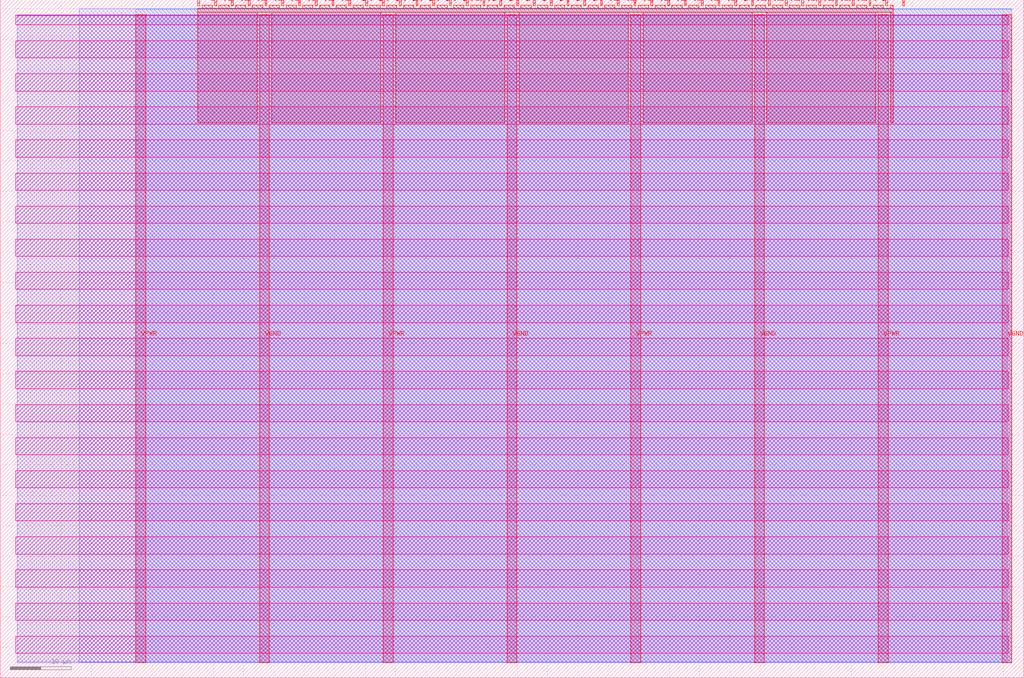
<source format=lef>
VERSION 5.7 ;
  NOWIREEXTENSIONATPIN ON ;
  DIVIDERCHAR "/" ;
  BUSBITCHARS "[]" ;
MACRO tt_um_carlosgs99_cro_udg
  CLASS BLOCK ;
  FOREIGN tt_um_carlosgs99_cro_udg ;
  ORIGIN 0.000 0.000 ;
  SIZE 168.360 BY 111.520 ;
  PIN VGND
    DIRECTION INOUT ;
    USE GROUND ;
    PORT
      LAYER met4 ;
        RECT 42.670 2.480 44.270 109.040 ;
    END
    PORT
      LAYER met4 ;
        RECT 83.380 2.480 84.980 109.040 ;
    END
    PORT
      LAYER met4 ;
        RECT 124.090 2.480 125.690 109.040 ;
    END
    PORT
      LAYER met4 ;
        RECT 164.800 2.480 166.400 109.040 ;
    END
  END VGND
  PIN VPWR
    DIRECTION INOUT ;
    USE POWER ;
    PORT
      LAYER met4 ;
        RECT 22.315 2.480 23.915 109.040 ;
    END
    PORT
      LAYER met4 ;
        RECT 63.025 2.480 64.625 109.040 ;
    END
    PORT
      LAYER met4 ;
        RECT 103.735 2.480 105.335 109.040 ;
    END
    PORT
      LAYER met4 ;
        RECT 144.445 2.480 146.045 109.040 ;
    END
  END VPWR
  PIN clk
    DIRECTION INPUT ;
    USE SIGNAL ;
    ANTENNAGATEAREA 0.852000 ;
    PORT
      LAYER met4 ;
        RECT 145.670 110.520 145.970 111.520 ;
    END
  END clk
  PIN ena
    DIRECTION INPUT ;
    USE SIGNAL ;
    PORT
      LAYER met4 ;
        RECT 148.430 110.520 148.730 111.520 ;
    END
  END ena
  PIN rst_n
    DIRECTION INPUT ;
    USE SIGNAL ;
    ANTENNAGATEAREA 0.196500 ;
    PORT
      LAYER met4 ;
        RECT 142.910 110.520 143.210 111.520 ;
    END
  END rst_n
  PIN ui_in[0]
    DIRECTION INPUT ;
    USE SIGNAL ;
    PORT
      LAYER met4 ;
        RECT 140.150 110.520 140.450 111.520 ;
    END
  END ui_in[0]
  PIN ui_in[1]
    DIRECTION INPUT ;
    USE SIGNAL ;
    PORT
      LAYER met4 ;
        RECT 137.390 110.520 137.690 111.520 ;
    END
  END ui_in[1]
  PIN ui_in[2]
    DIRECTION INPUT ;
    USE SIGNAL ;
    PORT
      LAYER met4 ;
        RECT 134.630 110.520 134.930 111.520 ;
    END
  END ui_in[2]
  PIN ui_in[3]
    DIRECTION INPUT ;
    USE SIGNAL ;
    PORT
      LAYER met4 ;
        RECT 131.870 110.520 132.170 111.520 ;
    END
  END ui_in[3]
  PIN ui_in[4]
    DIRECTION INPUT ;
    USE SIGNAL ;
    PORT
      LAYER met4 ;
        RECT 129.110 110.520 129.410 111.520 ;
    END
  END ui_in[4]
  PIN ui_in[5]
    DIRECTION INPUT ;
    USE SIGNAL ;
    PORT
      LAYER met4 ;
        RECT 126.350 110.520 126.650 111.520 ;
    END
  END ui_in[5]
  PIN ui_in[6]
    DIRECTION INPUT ;
    USE SIGNAL ;
    PORT
      LAYER met4 ;
        RECT 123.590 110.520 123.890 111.520 ;
    END
  END ui_in[6]
  PIN ui_in[7]
    DIRECTION INPUT ;
    USE SIGNAL ;
    PORT
      LAYER met4 ;
        RECT 120.830 110.520 121.130 111.520 ;
    END
  END ui_in[7]
  PIN uio_in[0]
    DIRECTION INPUT ;
    USE SIGNAL ;
    PORT
      LAYER met4 ;
        RECT 118.070 110.520 118.370 111.520 ;
    END
  END uio_in[0]
  PIN uio_in[1]
    DIRECTION INPUT ;
    USE SIGNAL ;
    PORT
      LAYER met4 ;
        RECT 115.310 110.520 115.610 111.520 ;
    END
  END uio_in[1]
  PIN uio_in[2]
    DIRECTION INPUT ;
    USE SIGNAL ;
    PORT
      LAYER met4 ;
        RECT 112.550 110.520 112.850 111.520 ;
    END
  END uio_in[2]
  PIN uio_in[3]
    DIRECTION INPUT ;
    USE SIGNAL ;
    PORT
      LAYER met4 ;
        RECT 109.790 110.520 110.090 111.520 ;
    END
  END uio_in[3]
  PIN uio_in[4]
    DIRECTION INPUT ;
    USE SIGNAL ;
    PORT
      LAYER met4 ;
        RECT 107.030 110.520 107.330 111.520 ;
    END
  END uio_in[4]
  PIN uio_in[5]
    DIRECTION INPUT ;
    USE SIGNAL ;
    PORT
      LAYER met4 ;
        RECT 104.270 110.520 104.570 111.520 ;
    END
  END uio_in[5]
  PIN uio_in[6]
    DIRECTION INPUT ;
    USE SIGNAL ;
    PORT
      LAYER met4 ;
        RECT 101.510 110.520 101.810 111.520 ;
    END
  END uio_in[6]
  PIN uio_in[7]
    DIRECTION INPUT ;
    USE SIGNAL ;
    PORT
      LAYER met4 ;
        RECT 98.750 110.520 99.050 111.520 ;
    END
  END uio_in[7]
  PIN uio_oe[0]
    DIRECTION OUTPUT TRISTATE ;
    USE SIGNAL ;
    PORT
      LAYER met4 ;
        RECT 51.830 110.520 52.130 111.520 ;
    END
  END uio_oe[0]
  PIN uio_oe[1]
    DIRECTION OUTPUT TRISTATE ;
    USE SIGNAL ;
    PORT
      LAYER met4 ;
        RECT 49.070 110.520 49.370 111.520 ;
    END
  END uio_oe[1]
  PIN uio_oe[2]
    DIRECTION OUTPUT TRISTATE ;
    USE SIGNAL ;
    PORT
      LAYER met4 ;
        RECT 46.310 110.520 46.610 111.520 ;
    END
  END uio_oe[2]
  PIN uio_oe[3]
    DIRECTION OUTPUT TRISTATE ;
    USE SIGNAL ;
    PORT
      LAYER met4 ;
        RECT 43.550 110.520 43.850 111.520 ;
    END
  END uio_oe[3]
  PIN uio_oe[4]
    DIRECTION OUTPUT TRISTATE ;
    USE SIGNAL ;
    PORT
      LAYER met4 ;
        RECT 40.790 110.520 41.090 111.520 ;
    END
  END uio_oe[4]
  PIN uio_oe[5]
    DIRECTION OUTPUT TRISTATE ;
    USE SIGNAL ;
    PORT
      LAYER met4 ;
        RECT 38.030 110.520 38.330 111.520 ;
    END
  END uio_oe[5]
  PIN uio_oe[6]
    DIRECTION OUTPUT TRISTATE ;
    USE SIGNAL ;
    PORT
      LAYER met4 ;
        RECT 35.270 110.520 35.570 111.520 ;
    END
  END uio_oe[6]
  PIN uio_oe[7]
    DIRECTION OUTPUT TRISTATE ;
    USE SIGNAL ;
    PORT
      LAYER met4 ;
        RECT 32.510 110.520 32.810 111.520 ;
    END
  END uio_oe[7]
  PIN uio_out[0]
    DIRECTION OUTPUT TRISTATE ;
    USE SIGNAL ;
    ANTENNADIFFAREA 0.891000 ;
    PORT
      LAYER met4 ;
        RECT 73.910 110.520 74.210 111.520 ;
    END
  END uio_out[0]
  PIN uio_out[1]
    DIRECTION OUTPUT TRISTATE ;
    USE SIGNAL ;
    ANTENNADIFFAREA 0.891000 ;
    PORT
      LAYER met4 ;
        RECT 71.150 110.520 71.450 111.520 ;
    END
  END uio_out[1]
  PIN uio_out[2]
    DIRECTION OUTPUT TRISTATE ;
    USE SIGNAL ;
    ANTENNADIFFAREA 0.462000 ;
    PORT
      LAYER met4 ;
        RECT 68.390 110.520 68.690 111.520 ;
    END
  END uio_out[2]
  PIN uio_out[3]
    DIRECTION OUTPUT TRISTATE ;
    USE SIGNAL ;
    ANTENNADIFFAREA 0.891000 ;
    PORT
      LAYER met4 ;
        RECT 65.630 110.520 65.930 111.520 ;
    END
  END uio_out[3]
  PIN uio_out[4]
    DIRECTION OUTPUT TRISTATE ;
    USE SIGNAL ;
    ANTENNADIFFAREA 0.891000 ;
    PORT
      LAYER met4 ;
        RECT 62.870 110.520 63.170 111.520 ;
    END
  END uio_out[4]
  PIN uio_out[5]
    DIRECTION OUTPUT TRISTATE ;
    USE SIGNAL ;
    ANTENNADIFFAREA 0.891000 ;
    PORT
      LAYER met4 ;
        RECT 60.110 110.520 60.410 111.520 ;
    END
  END uio_out[5]
  PIN uio_out[6]
    DIRECTION OUTPUT TRISTATE ;
    USE SIGNAL ;
    ANTENNADIFFAREA 0.891000 ;
    PORT
      LAYER met4 ;
        RECT 57.350 110.520 57.650 111.520 ;
    END
  END uio_out[6]
  PIN uio_out[7]
    DIRECTION OUTPUT TRISTATE ;
    USE SIGNAL ;
    PORT
      LAYER met4 ;
        RECT 54.590 110.520 54.890 111.520 ;
    END
  END uio_out[7]
  PIN uo_out[0]
    DIRECTION OUTPUT TRISTATE ;
    USE SIGNAL ;
    ANTENNADIFFAREA 1.971000 ;
    PORT
      LAYER met4 ;
        RECT 95.990 110.520 96.290 111.520 ;
    END
  END uo_out[0]
  PIN uo_out[1]
    DIRECTION OUTPUT TRISTATE ;
    USE SIGNAL ;
    ANTENNADIFFAREA 1.971000 ;
    PORT
      LAYER met4 ;
        RECT 93.230 110.520 93.530 111.520 ;
    END
  END uo_out[1]
  PIN uo_out[2]
    DIRECTION OUTPUT TRISTATE ;
    USE SIGNAL ;
    ANTENNADIFFAREA 0.445500 ;
    PORT
      LAYER met4 ;
        RECT 90.470 110.520 90.770 111.520 ;
    END
  END uo_out[2]
  PIN uo_out[3]
    DIRECTION OUTPUT TRISTATE ;
    USE SIGNAL ;
    ANTENNADIFFAREA 0.445500 ;
    PORT
      LAYER met4 ;
        RECT 87.710 110.520 88.010 111.520 ;
    END
  END uo_out[3]
  PIN uo_out[4]
    DIRECTION OUTPUT TRISTATE ;
    USE SIGNAL ;
    ANTENNADIFFAREA 0.445500 ;
    PORT
      LAYER met4 ;
        RECT 84.950 110.520 85.250 111.520 ;
    END
  END uo_out[4]
  PIN uo_out[5]
    DIRECTION OUTPUT TRISTATE ;
    USE SIGNAL ;
    ANTENNADIFFAREA 0.445500 ;
    PORT
      LAYER met4 ;
        RECT 82.190 110.520 82.490 111.520 ;
    END
  END uo_out[5]
  PIN uo_out[6]
    DIRECTION OUTPUT TRISTATE ;
    USE SIGNAL ;
    ANTENNAGATEAREA 0.495000 ;
    ANTENNADIFFAREA 0.445500 ;
    PORT
      LAYER met4 ;
        RECT 79.430 110.520 79.730 111.520 ;
    END
  END uo_out[6]
  PIN uo_out[7]
    DIRECTION OUTPUT TRISTATE ;
    USE SIGNAL ;
    ANTENNADIFFAREA 0.445500 ;
    PORT
      LAYER met4 ;
        RECT 76.670 110.520 76.970 111.520 ;
    END
  END uo_out[7]
  OBS
      LAYER nwell ;
        RECT 2.570 107.385 165.790 108.990 ;
        RECT 2.570 101.945 165.790 104.775 ;
        RECT 2.570 96.505 165.790 99.335 ;
        RECT 2.570 91.065 165.790 93.895 ;
        RECT 2.570 85.625 165.790 88.455 ;
        RECT 2.570 80.185 165.790 83.015 ;
        RECT 2.570 74.745 165.790 77.575 ;
        RECT 2.570 69.305 165.790 72.135 ;
        RECT 2.570 63.865 165.790 66.695 ;
        RECT 2.570 58.425 165.790 61.255 ;
        RECT 2.570 52.985 165.790 55.815 ;
        RECT 2.570 47.545 165.790 50.375 ;
        RECT 2.570 42.105 165.790 44.935 ;
        RECT 2.570 36.665 165.790 39.495 ;
        RECT 2.570 31.225 165.790 34.055 ;
        RECT 2.570 25.785 165.790 28.615 ;
        RECT 2.570 20.345 165.790 23.175 ;
        RECT 2.570 14.905 165.790 17.735 ;
        RECT 2.570 9.465 165.790 12.295 ;
        RECT 2.570 4.025 165.790 6.855 ;
      LAYER li1 ;
        RECT 2.760 2.635 165.600 108.885 ;
      LAYER met1 ;
        RECT 2.760 2.480 166.400 109.040 ;
      LAYER met2 ;
        RECT 12.980 2.535 166.370 110.005 ;
      LAYER met3 ;
        RECT 22.325 2.555 166.390 109.985 ;
      LAYER met4 ;
        RECT 33.210 110.120 34.870 110.650 ;
        RECT 35.970 110.120 37.630 110.650 ;
        RECT 38.730 110.120 40.390 110.650 ;
        RECT 41.490 110.120 43.150 110.650 ;
        RECT 44.250 110.120 45.910 110.650 ;
        RECT 47.010 110.120 48.670 110.650 ;
        RECT 49.770 110.120 51.430 110.650 ;
        RECT 52.530 110.120 54.190 110.650 ;
        RECT 55.290 110.120 56.950 110.650 ;
        RECT 58.050 110.120 59.710 110.650 ;
        RECT 60.810 110.120 62.470 110.650 ;
        RECT 63.570 110.120 65.230 110.650 ;
        RECT 66.330 110.120 67.990 110.650 ;
        RECT 69.090 110.120 70.750 110.650 ;
        RECT 71.850 110.120 73.510 110.650 ;
        RECT 74.610 110.120 76.270 110.650 ;
        RECT 77.370 110.120 79.030 110.650 ;
        RECT 80.130 110.120 81.790 110.650 ;
        RECT 82.890 110.120 84.550 110.650 ;
        RECT 85.650 110.120 87.310 110.650 ;
        RECT 88.410 110.120 90.070 110.650 ;
        RECT 91.170 110.120 92.830 110.650 ;
        RECT 93.930 110.120 95.590 110.650 ;
        RECT 96.690 110.120 98.350 110.650 ;
        RECT 99.450 110.120 101.110 110.650 ;
        RECT 102.210 110.120 103.870 110.650 ;
        RECT 104.970 110.120 106.630 110.650 ;
        RECT 107.730 110.120 109.390 110.650 ;
        RECT 110.490 110.120 112.150 110.650 ;
        RECT 113.250 110.120 114.910 110.650 ;
        RECT 116.010 110.120 117.670 110.650 ;
        RECT 118.770 110.120 120.430 110.650 ;
        RECT 121.530 110.120 123.190 110.650 ;
        RECT 124.290 110.120 125.950 110.650 ;
        RECT 127.050 110.120 128.710 110.650 ;
        RECT 129.810 110.120 131.470 110.650 ;
        RECT 132.570 110.120 134.230 110.650 ;
        RECT 135.330 110.120 136.990 110.650 ;
        RECT 138.090 110.120 139.750 110.650 ;
        RECT 140.850 110.120 142.510 110.650 ;
        RECT 143.610 110.120 145.270 110.650 ;
        RECT 146.370 110.120 146.905 110.650 ;
        RECT 32.495 109.440 146.905 110.120 ;
        RECT 32.495 91.295 42.270 109.440 ;
        RECT 44.670 91.295 62.625 109.440 ;
        RECT 65.025 91.295 82.980 109.440 ;
        RECT 85.380 91.295 103.335 109.440 ;
        RECT 105.735 91.295 123.690 109.440 ;
        RECT 126.090 91.295 144.045 109.440 ;
        RECT 146.445 91.295 146.905 109.440 ;
  END
END tt_um_carlosgs99_cro_udg
END LIBRARY


</source>
